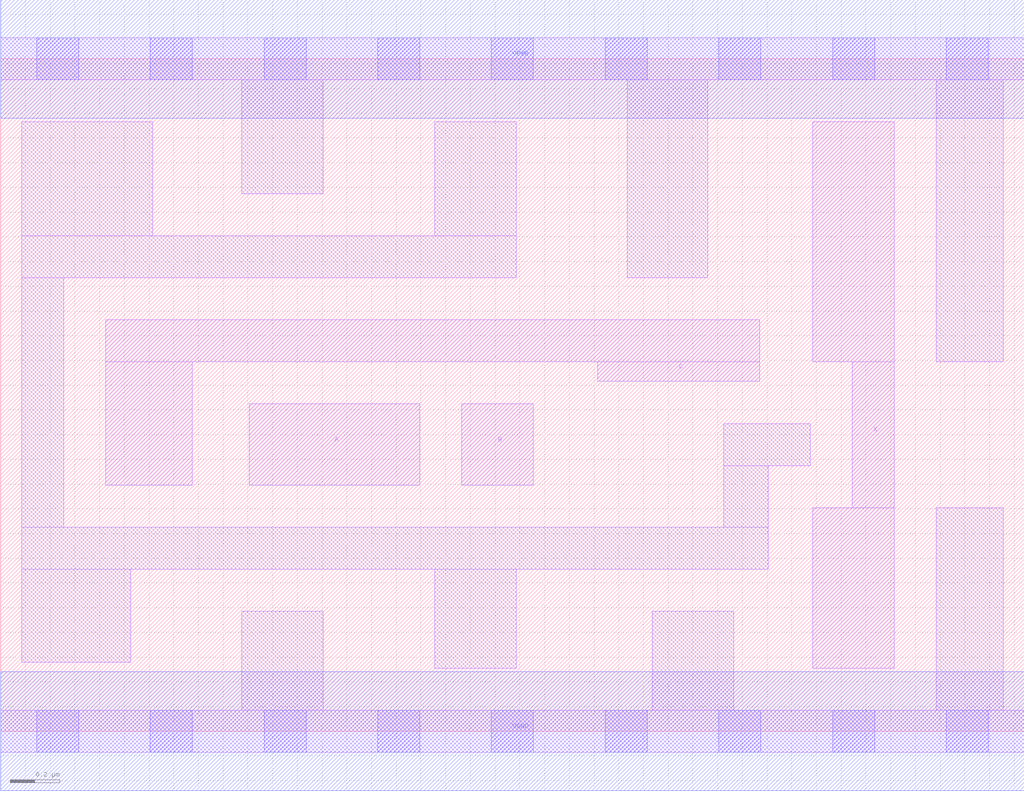
<source format=lef>
# Copyright 2020 The SkyWater PDK Authors
#
# Licensed under the Apache License, Version 2.0 (the "License");
# you may not use this file except in compliance with the License.
# You may obtain a copy of the License at
#
#     https://www.apache.org/licenses/LICENSE-2.0
#
# Unless required by applicable law or agreed to in writing, software
# distributed under the License is distributed on an "AS IS" BASIS,
# WITHOUT WARRANTIES OR CONDITIONS OF ANY KIND, either express or implied.
# See the License for the specific language governing permissions and
# limitations under the License.
#
# SPDX-License-Identifier: Apache-2.0

VERSION 5.7 ;
  NOWIREEXTENSIONATPIN ON ;
  DIVIDERCHAR "/" ;
  BUSBITCHARS "[]" ;
UNITS
  DATABASE MICRONS 200 ;
END UNITS
MACRO sky130_fd_sc_hd__maj3_2
  CLASS CORE ;
  FOREIGN sky130_fd_sc_hd__maj3_2 ;
  ORIGIN  0.000000  0.000000 ;
  SIZE  4.140000 BY  2.720000 ;
  SYMMETRY X Y R90 ;
  SITE unithd ;
  PIN A
    ANTENNAGATEAREA  0.318000 ;
    DIRECTION INPUT ;
    USE SIGNAL ;
    PORT
      LAYER li1 ;
        RECT 1.005000 0.995000 1.695000 1.325000 ;
    END
  END A
  PIN B
    ANTENNAGATEAREA  0.318000 ;
    DIRECTION INPUT ;
    USE SIGNAL ;
    PORT
      LAYER li1 ;
        RECT 1.865000 0.995000 2.155000 1.325000 ;
    END
  END B
  PIN C
    ANTENNAGATEAREA  0.318000 ;
    DIRECTION INPUT ;
    USE SIGNAL ;
    PORT
      LAYER li1 ;
        RECT 0.425000 0.995000 0.775000 1.495000 ;
        RECT 0.425000 1.495000 3.070000 1.665000 ;
        RECT 2.415000 1.415000 3.070000 1.495000 ;
    END
  END C
  PIN X
    ANTENNADIFFAREA  0.445500 ;
    DIRECTION OUTPUT ;
    USE SIGNAL ;
    PORT
      LAYER li1 ;
        RECT 3.285000 0.255000 3.615000 0.905000 ;
        RECT 3.285000 1.495000 3.615000 2.465000 ;
        RECT 3.445000 0.905000 3.615000 1.495000 ;
    END
  END X
  PIN VGND
    DIRECTION INOUT ;
    SHAPE ABUTMENT ;
    USE GROUND ;
    PORT
      LAYER met1 ;
        RECT 0.000000 -0.240000 4.140000 0.240000 ;
    END
  END VGND
  PIN VPWR
    DIRECTION INOUT ;
    SHAPE ABUTMENT ;
    USE POWER ;
    PORT
      LAYER met1 ;
        RECT 0.000000 2.480000 4.140000 2.960000 ;
    END
  END VPWR
  OBS
    LAYER li1 ;
      RECT 0.000000 -0.085000 4.140000 0.085000 ;
      RECT 0.000000  2.635000 4.140000 2.805000 ;
      RECT 0.085000  0.280000 0.525000 0.655000 ;
      RECT 0.085000  0.655000 3.105000 0.825000 ;
      RECT 0.085000  0.825000 0.255000 1.835000 ;
      RECT 0.085000  1.835000 2.085000 2.005000 ;
      RECT 0.085000  2.005000 0.615000 2.465000 ;
      RECT 0.975000  0.085000 1.305000 0.485000 ;
      RECT 0.975000  2.175000 1.305000 2.635000 ;
      RECT 1.755000  0.255000 2.085000 0.655000 ;
      RECT 1.755000  2.005000 2.085000 2.465000 ;
      RECT 2.535000  1.835000 2.860000 2.635000 ;
      RECT 2.635000  0.085000 2.965000 0.485000 ;
      RECT 2.925000  0.825000 3.105000 1.075000 ;
      RECT 2.925000  1.075000 3.275000 1.245000 ;
      RECT 3.785000  0.085000 4.055000 0.905000 ;
      RECT 3.785000  1.495000 4.055000 2.635000 ;
    LAYER mcon ;
      RECT 0.145000 -0.085000 0.315000 0.085000 ;
      RECT 0.145000  2.635000 0.315000 2.805000 ;
      RECT 0.605000 -0.085000 0.775000 0.085000 ;
      RECT 0.605000  2.635000 0.775000 2.805000 ;
      RECT 1.065000 -0.085000 1.235000 0.085000 ;
      RECT 1.065000  2.635000 1.235000 2.805000 ;
      RECT 1.525000 -0.085000 1.695000 0.085000 ;
      RECT 1.525000  2.635000 1.695000 2.805000 ;
      RECT 1.985000 -0.085000 2.155000 0.085000 ;
      RECT 1.985000  2.635000 2.155000 2.805000 ;
      RECT 2.445000 -0.085000 2.615000 0.085000 ;
      RECT 2.445000  2.635000 2.615000 2.805000 ;
      RECT 2.905000 -0.085000 3.075000 0.085000 ;
      RECT 2.905000  2.635000 3.075000 2.805000 ;
      RECT 3.365000 -0.085000 3.535000 0.085000 ;
      RECT 3.365000  2.635000 3.535000 2.805000 ;
      RECT 3.825000 -0.085000 3.995000 0.085000 ;
      RECT 3.825000  2.635000 3.995000 2.805000 ;
  END
END sky130_fd_sc_hd__maj3_2
END LIBRARY

</source>
